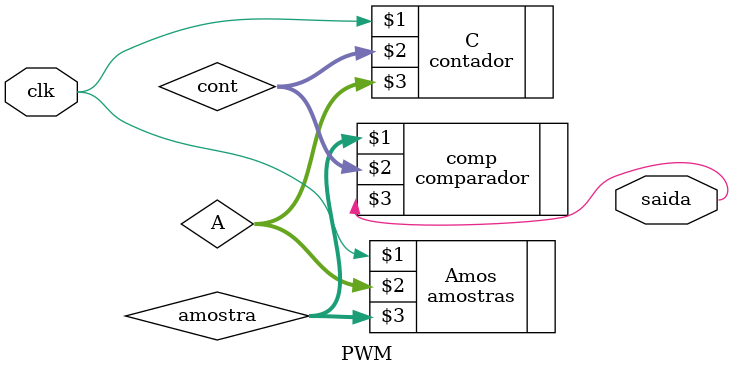
<source format=v>
module PWM (
    input clk,
    output saida
);

(*keep=1*) wire [11:0] cont;
(*keep=1*) wire [11:0] amostra;
(*keep=1*) wire [13:0] A;
contador C(clk, cont, A);
amostras Amos(clk, A, amostra);
comparador comp(amostra, cont, saida);

endmodule


</source>
